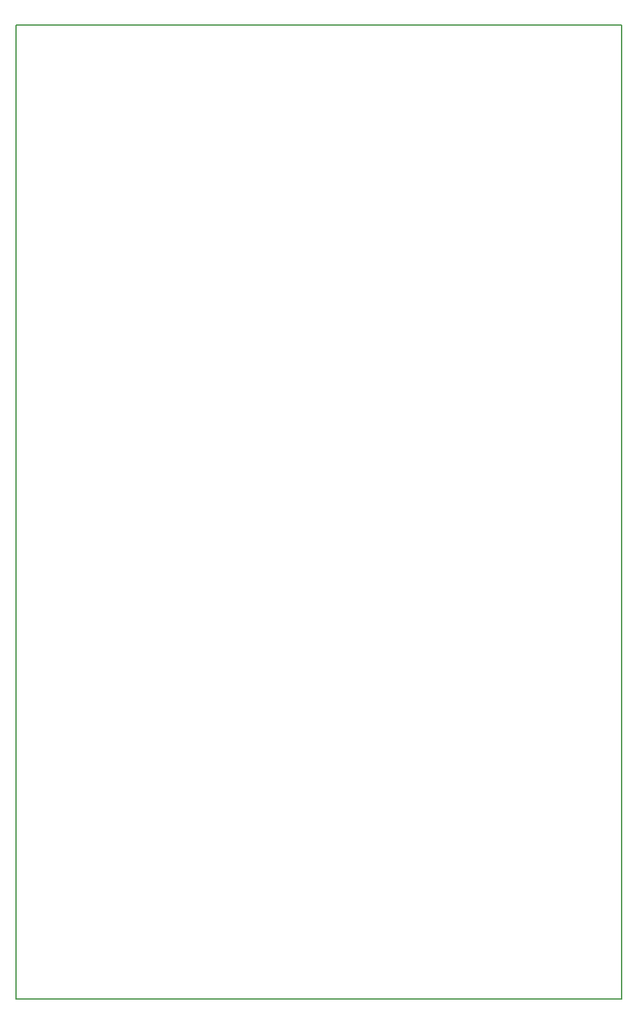
<source format=gm1>
G04 #@! TF.GenerationSoftware,KiCad,Pcbnew,(5.0.0)*
G04 #@! TF.CreationDate,2018-11-14T22:02:46+01:00*
G04 #@! TF.ProjectId,Corona_panel_16hp,436F726F6E615F70616E656C5F313668,1*
G04 #@! TF.SameCoordinates,Original*
G04 #@! TF.FileFunction,Profile,NP*
%FSLAX46Y46*%
G04 Gerber Fmt 4.6, Leading zero omitted, Abs format (unit mm)*
G04 Created by KiCad (PCBNEW (5.0.0)) date 11/14/18 22:02:46*
%MOMM*%
%LPD*%
G01*
G04 APERTURE LIST*
%ADD10C,0.200000*%
G04 APERTURE END LIST*
D10*
X0Y-128500000D02*
X0Y0D01*
X80000000Y0D02*
X80000000Y-128500000D01*
X80000000Y0D02*
X0Y0D01*
X0Y-128500000D02*
X80000000Y-128500000D01*
M02*

</source>
